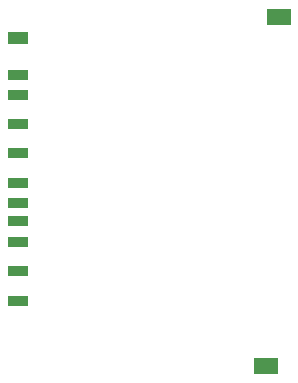
<source format=gbr>
%TF.GenerationSoftware,KiCad,Pcbnew,7.0.1*%
%TF.CreationDate,2024-03-20T11:55:58+03:00*%
%TF.ProjectId,TZXDuino,545a5844-7569-46e6-9f2e-6b696361645f,rev?*%
%TF.SameCoordinates,Original*%
%TF.FileFunction,Paste,Bot*%
%TF.FilePolarity,Positive*%
%FSLAX46Y46*%
G04 Gerber Fmt 4.6, Leading zero omitted, Abs format (unit mm)*
G04 Created by KiCad (PCBNEW 7.0.1) date 2024-03-20 11:55:58*
%MOMM*%
%LPD*%
G01*
G04 APERTURE LIST*
%ADD10R,1.800000X1.100000*%
%ADD11R,2.000000X1.400000*%
%ADD12R,1.800000X0.900000*%
G04 APERTURE END LIST*
D10*
%TO.C,J1*%
X145727600Y-69220800D03*
D11*
X167877600Y-67470800D03*
X166727600Y-96970800D03*
D12*
X145727600Y-83240800D03*
X145727600Y-91490800D03*
X145727600Y-72370800D03*
X145727600Y-74070800D03*
X145727600Y-76490800D03*
X145727600Y-78990800D03*
X145727600Y-81490800D03*
X145727600Y-84740800D03*
X145727600Y-86490800D03*
X145727600Y-88990800D03*
%TD*%
M02*

</source>
